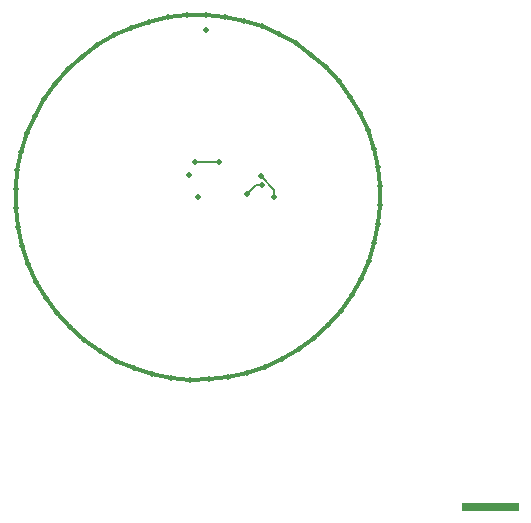
<source format=gbr>
%TF.GenerationSoftware,KiCad,Pcbnew,9.0.2*%
%TF.CreationDate,2025-06-11T22:36:26-04:00*%
%TF.ProjectId,WristWatch,57726973-7457-4617-9463-682e6b696361,rev?*%
%TF.SameCoordinates,Original*%
%TF.FileFunction,Copper,L4,Bot*%
%TF.FilePolarity,Positive*%
%FSLAX46Y46*%
G04 Gerber Fmt 4.6, Leading zero omitted, Abs format (unit mm)*
G04 Created by KiCad (PCBNEW 9.0.2) date 2025-06-11 22:36:26*
%MOMM*%
%LPD*%
G01*
G04 APERTURE LIST*
%TA.AperFunction,ComponentPad*%
%ADD10C,0.600000*%
%TD*%
%TA.AperFunction,ViaPad*%
%ADD11C,0.500000*%
%TD*%
%TA.AperFunction,Conductor*%
%ADD12C,0.150000*%
%TD*%
%TA.AperFunction,Conductor*%
%ADD13C,0.300000*%
%TD*%
G04 APERTURE END LIST*
%TA.AperFunction,EtchedComponent*%
%TO.C,AE1*%
G36*
X22351200Y-25918200D02*
G01*
X27151200Y-25918200D01*
X27151200Y-26518200D01*
X22351200Y-26518200D01*
X22351200Y-25918200D01*
G37*
%TD.AperFunction*%
%TD*%
D10*
%TO.P,AE1,1,A*%
%TO.N,Net-(AE1-A)*%
X22651200Y-26218200D03*
X26851200Y-26218200D03*
%TD*%
D11*
%TO.N,SCL*%
X5442624Y1023024D03*
%TO.N,WKUP1*%
X-750000Y1854200D03*
%TO.N,+3V0*%
X1752600Y2971800D03*
X-250000Y2971800D03*
%TO.N,SCL*%
X4140200Y250000D03*
%TO.N,Net-(U3-~{CS})*%
X5359400Y1778000D03*
X6477000Y0D03*
%TO.N,LED_IN*%
X718532Y14198324D03*
%TO.N,GND*%
X0Y0D03*
%TO.N,VLED*%
X12882306Y8522791D03*
X-14953613Y3870559D03*
X2546251Y-15235104D03*
X2286278Y15276279D03*
X-13702610Y-7129534D03*
X14885489Y4124804D03*
X-7129534Y13702610D03*
X-13822106Y6895009D03*
X-5658165Y14372785D03*
X-13025663Y8302041D03*
X-12882306Y-8522791D03*
X13822106Y-6895009D03*
X-11920862Y-9822670D03*
X15417800Y939800D03*
X-676947Y-15431576D03*
X15235104Y2546251D03*
X-15235104Y-2546251D03*
X13702610Y7129534D03*
X-8522791Y12882306D03*
X5412434Y14467112D03*
X-5412434Y-14467112D03*
X9618114Y12086507D03*
X14372785Y5658165D03*
X-10828809Y-11014929D03*
X-8302041Y-13025663D03*
X13025663Y-8302041D03*
X-14885489Y-4124804D03*
X8522791Y-12882306D03*
X11920862Y9822670D03*
X6895009Y13822106D03*
X-15417800Y-939800D03*
X5658165Y-14372785D03*
X12086507Y-9618114D03*
X4124804Y-14885489D03*
X-2286278Y-15276279D03*
X-15431576Y676947D03*
X-15276279Y2286278D03*
X-939800Y15417800D03*
X14953613Y-3870559D03*
X9822670Y-11920862D03*
X-14467112Y5412434D03*
X-6895009Y-13822106D03*
X-2546251Y15235104D03*
X-3870559Y-14953613D03*
X15276279Y-2286278D03*
X11014929Y-10828809D03*
X14467112Y-5412434D03*
X-11014929Y10828809D03*
X10828809Y11014929D03*
X676947Y15431576D03*
X-9822670Y11920862D03*
X-14372785Y-5658165D03*
X939800Y-15417800D03*
X-12086507Y9618114D03*
X-9618114Y-12086507D03*
X8302041Y13025663D03*
X15431576Y-676947D03*
X3870559Y14953613D03*
X-4124804Y14885489D03*
X7129534Y-13702610D03*
%TD*%
D12*
%TO.N,SCL*%
X4913224Y1023024D02*
X5442624Y1023024D01*
X4913224Y1023024D02*
X4140200Y250000D01*
%TO.N,+3V0*%
X1752600Y2971800D02*
X-250000Y2971800D01*
%TO.N,Net-(U3-~{CS})*%
X6477000Y660400D02*
X5359400Y1778000D01*
X6477000Y0D02*
X6477000Y660400D01*
D13*
%TO.N,VLED*%
X-11920862Y-9822670D02*
X-12882307Y-8522791D01*
X5658166Y-14372785D02*
X4124804Y-14885489D01*
X15417800Y939800D02*
X15431575Y-676948D01*
X9822670Y-11920862D02*
X8522791Y-12882307D01*
X14372785Y5658166D02*
X14885489Y4124804D01*
X-14885489Y-4124804D02*
X-15235104Y-2546250D01*
X-676947Y-15431576D02*
X-2286278Y-15276280D01*
X2546251Y-15235104D02*
X939800Y-15417800D01*
X15276280Y-2286277D02*
X14953614Y-3870559D01*
X-4124804Y14885489D02*
X-2546250Y15235104D01*
X9618114Y12086508D02*
X10828809Y11014930D01*
X-5658166Y14372785D02*
X-4124804Y14885489D01*
X8522791Y-12882306D02*
X7129534Y-13702610D01*
X-5412434Y-14467113D02*
X-6895009Y-13822107D01*
X14885489Y4124804D02*
X15235104Y2546250D01*
X-12086508Y9618114D02*
X-11014930Y10828809D01*
X13702610Y7129535D02*
X14372785Y5658165D01*
X2286277Y15276280D02*
X3870559Y14953614D01*
X15431576Y-676947D02*
X15276280Y-2286278D01*
X-2546251Y15235104D02*
X-939800Y15417800D01*
X-2286277Y-15276280D02*
X-3870559Y-14953614D01*
X5412434Y14467113D02*
X6895009Y13822107D01*
X-13702610Y-7129535D02*
X-14372785Y-5658165D01*
X-15431576Y676947D02*
X-15276280Y2286278D01*
X-13822107Y6895009D02*
X-13025663Y8302041D01*
X-11014930Y10828809D02*
X-9822670Y11920861D01*
X14953614Y-3870559D02*
X14467113Y-5412434D01*
X-10828809Y-11014930D02*
X-11920861Y-9822670D01*
X8302041Y13025663D02*
X9618114Y12086507D01*
X12882306Y8522791D02*
X13702610Y7129534D01*
X-14953614Y3870559D02*
X-14467113Y5412434D01*
X11014930Y-10828809D02*
X9822670Y-11920861D01*
X14467113Y-5412434D02*
X13822107Y-6895009D01*
X-12882306Y-8522791D02*
X-13702610Y-7129534D01*
X-939800Y15417800D02*
X676948Y15431575D01*
X10828809Y11014930D02*
X11920861Y9822670D01*
X12086508Y-9618114D02*
X11014930Y-10828809D01*
X-14372785Y-5658166D02*
X-14885489Y-4124804D01*
X-9822670Y11920862D02*
X-8522791Y12882307D01*
X4124804Y-14885489D02*
X2546250Y-15235104D01*
X-3870559Y-14953614D02*
X-5412434Y-14467113D01*
X-8302041Y-13025663D02*
X-9618114Y-12086507D01*
X11920862Y9822670D02*
X12882307Y8522791D01*
X-15417800Y-939800D02*
X-15431575Y676948D01*
X939800Y-15417800D02*
X-676948Y-15431575D01*
X7129535Y-13702610D02*
X5658165Y-14372785D01*
X-7129535Y13702610D02*
X-5658165Y14372785D01*
X-9618114Y-12086508D02*
X-10828809Y-11014930D01*
X13822107Y-6895009D02*
X13025663Y-8302041D01*
X-15235104Y-2546251D02*
X-15417800Y-939800D01*
X-13025663Y8302041D02*
X-12086507Y9618114D01*
X13025663Y-8302041D02*
X12086507Y-9618114D01*
X-14467113Y5412434D02*
X-13822107Y6895009D01*
X15235104Y2546251D02*
X15417800Y939800D01*
X3870559Y14953614D02*
X5412434Y14467113D01*
X676947Y15431576D02*
X2286278Y15276280D01*
X-15276280Y2286277D02*
X-14953614Y3870559D01*
X6895009Y13822107D02*
X8302041Y13025663D01*
X-8522791Y12882306D02*
X-7129534Y13702610D01*
X-6895009Y-13822107D02*
X-8302041Y-13025663D01*
%TD*%
M02*

</source>
